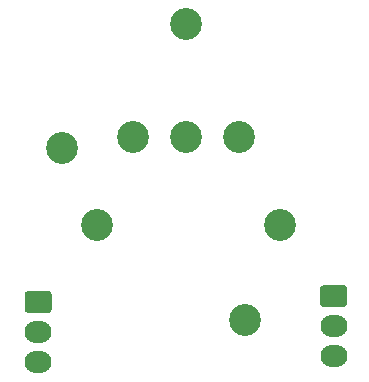
<source format=gbr>
%TF.GenerationSoftware,KiCad,Pcbnew,5.1.6-c6e7f7d~87~ubuntu18.04.1*%
%TF.CreationDate,2021-10-05T16:46:07+13:00*%
%TF.ProjectId,Temp-ctrl pot-ctrl add-on oct4,54656d70-2d63-4747-926c-20706f742d63,rev?*%
%TF.SameCoordinates,Original*%
%TF.FileFunction,Soldermask,Bot*%
%TF.FilePolarity,Negative*%
%FSLAX46Y46*%
G04 Gerber Fmt 4.6, Leading zero omitted, Abs format (unit mm)*
G04 Created by KiCad (PCBNEW 5.1.6-c6e7f7d~87~ubuntu18.04.1) date 2021-10-05 16:46:07*
%MOMM*%
%LPD*%
G01*
G04 APERTURE LIST*
%ADD10C,2.700000*%
%ADD11O,2.290000X1.840000*%
G04 APERTURE END LIST*
D10*
%TO.C,J1*%
X175000000Y-61000000D03*
%TD*%
%TO.C,J2*%
X179500000Y-70500000D03*
%TD*%
%TO.C,J3*%
X175000000Y-70500000D03*
%TD*%
%TO.C,J4*%
X170500000Y-70500000D03*
%TD*%
%TO.C,J5*%
X183000000Y-78000000D03*
%TD*%
D11*
%TO.C,J6*%
X187500000Y-89080000D03*
X187500000Y-86540000D03*
G36*
G01*
X186619367Y-83080000D02*
X188380633Y-83080000D01*
G75*
G02*
X188645000Y-83344367I0J-264367D01*
G01*
X188645000Y-84655633D01*
G75*
G02*
X188380633Y-84920000I-264367J0D01*
G01*
X186619367Y-84920000D01*
G75*
G02*
X186355000Y-84655633I0J264367D01*
G01*
X186355000Y-83344367D01*
G75*
G02*
X186619367Y-83080000I264367J0D01*
G01*
G37*
%TD*%
D10*
%TO.C,J7*%
X180000000Y-86000000D03*
%TD*%
%TO.C,J8*%
G36*
G01*
X161619367Y-83580000D02*
X163380633Y-83580000D01*
G75*
G02*
X163645000Y-83844367I0J-264367D01*
G01*
X163645000Y-85155633D01*
G75*
G02*
X163380633Y-85420000I-264367J0D01*
G01*
X161619367Y-85420000D01*
G75*
G02*
X161355000Y-85155633I0J264367D01*
G01*
X161355000Y-83844367D01*
G75*
G02*
X161619367Y-83580000I264367J0D01*
G01*
G37*
D11*
X162500000Y-87040000D03*
X162500000Y-89580000D03*
%TD*%
D10*
%TO.C,J9*%
X164500000Y-71500000D03*
%TD*%
%TO.C,J10*%
X167500000Y-78000000D03*
%TD*%
M02*

</source>
